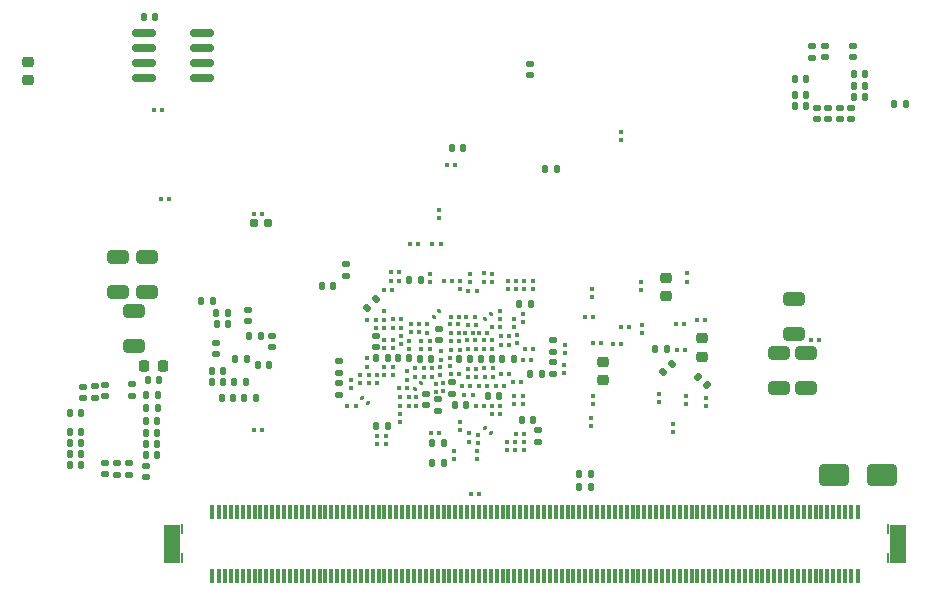
<source format=gbr>
%TF.GenerationSoftware,KiCad,Pcbnew,7.99.0-3539-g7abe2e3ea0*%
%TF.CreationDate,2023-11-26T19:50:54+01:00*%
%TF.ProjectId,SBC,5342432e-6b69-4636-9164-5f7063625858,rev?*%
%TF.SameCoordinates,Original*%
%TF.FileFunction,Paste,Bot*%
%TF.FilePolarity,Positive*%
%FSLAX46Y46*%
G04 Gerber Fmt 4.6, Leading zero omitted, Abs format (unit mm)*
G04 Created by KiCad (PCBNEW 7.99.0-3539-g7abe2e3ea0) date 2023-11-26 19:50:54*
%MOMM*%
%LPD*%
G01*
G04 APERTURE LIST*
G04 Aperture macros list*
%AMRoundRect*
0 Rectangle with rounded corners*
0 $1 Rounding radius*
0 $2 $3 $4 $5 $6 $7 $8 $9 X,Y pos of 4 corners*
0 Add a 4 corners polygon primitive as box body*
4,1,4,$2,$3,$4,$5,$6,$7,$8,$9,$2,$3,0*
0 Add four circle primitives for the rounded corners*
1,1,$1+$1,$2,$3*
1,1,$1+$1,$4,$5*
1,1,$1+$1,$6,$7*
1,1,$1+$1,$8,$9*
0 Add four rect primitives between the rounded corners*
20,1,$1+$1,$2,$3,$4,$5,0*
20,1,$1+$1,$4,$5,$6,$7,0*
20,1,$1+$1,$6,$7,$8,$9,0*
20,1,$1+$1,$8,$9,$2,$3,0*%
G04 Aperture macros list end*
%ADD10RoundRect,0.140000X-0.170000X0.140000X-0.170000X-0.140000X0.170000X-0.140000X0.170000X0.140000X0*%
%ADD11RoundRect,0.079500X0.079500X0.100500X-0.079500X0.100500X-0.079500X-0.100500X0.079500X-0.100500X0*%
%ADD12RoundRect,0.135000X-0.185000X0.135000X-0.185000X-0.135000X0.185000X-0.135000X0.185000X0.135000X0*%
%ADD13RoundRect,0.140000X0.140000X0.170000X-0.140000X0.170000X-0.140000X-0.170000X0.140000X-0.170000X0*%
%ADD14RoundRect,0.079500X-0.100500X0.079500X-0.100500X-0.079500X0.100500X-0.079500X0.100500X0.079500X0*%
%ADD15RoundRect,0.135000X-0.135000X-0.185000X0.135000X-0.185000X0.135000X0.185000X-0.135000X0.185000X0*%
%ADD16RoundRect,0.079500X-0.079500X-0.100500X0.079500X-0.100500X0.079500X0.100500X-0.079500X0.100500X0*%
%ADD17RoundRect,0.079500X0.100500X-0.079500X0.100500X0.079500X-0.100500X0.079500X-0.100500X-0.079500X0*%
%ADD18RoundRect,0.135000X0.135000X0.185000X-0.135000X0.185000X-0.135000X-0.185000X0.135000X-0.185000X0*%
%ADD19RoundRect,0.140000X-0.140000X-0.170000X0.140000X-0.170000X0.140000X0.170000X-0.140000X0.170000X0*%
%ADD20R,1.400000X3.300000*%
%ADD21R,0.250000X0.850000*%
%ADD22R,0.450000X1.200000*%
%ADD23R,0.300000X1.200000*%
%ADD24RoundRect,0.135000X0.185000X-0.135000X0.185000X0.135000X-0.185000X0.135000X-0.185000X-0.135000X0*%
%ADD25RoundRect,0.140000X0.170000X-0.140000X0.170000X0.140000X-0.170000X0.140000X-0.170000X-0.140000X0*%
%ADD26RoundRect,0.225000X-0.250000X0.225000X-0.250000X-0.225000X0.250000X-0.225000X0.250000X0.225000X0*%
%ADD27RoundRect,0.160000X-0.197500X-0.160000X0.197500X-0.160000X0.197500X0.160000X-0.197500X0.160000X0*%
%ADD28RoundRect,0.150000X0.825000X0.150000X-0.825000X0.150000X-0.825000X-0.150000X0.825000X-0.150000X0*%
%ADD29RoundRect,0.250000X0.650000X-0.325000X0.650000X0.325000X-0.650000X0.325000X-0.650000X-0.325000X0*%
%ADD30RoundRect,0.079500X0.014849X-0.127279X0.127279X-0.014849X-0.014849X0.127279X-0.127279X0.014849X0*%
%ADD31RoundRect,0.250000X-1.000000X-0.650000X1.000000X-0.650000X1.000000X0.650000X-1.000000X0.650000X0*%
%ADD32RoundRect,0.250000X-0.650000X0.325000X-0.650000X-0.325000X0.650000X-0.325000X0.650000X0.325000X0*%
%ADD33RoundRect,0.135000X0.226274X0.035355X0.035355X0.226274X-0.226274X-0.035355X-0.035355X-0.226274X0*%
%ADD34RoundRect,0.225000X0.250000X-0.225000X0.250000X0.225000X-0.250000X0.225000X-0.250000X-0.225000X0*%
%ADD35RoundRect,0.079500X-0.127279X-0.014849X-0.014849X-0.127279X0.127279X0.014849X0.014849X0.127279X0*%
%ADD36RoundRect,0.135000X0.035355X-0.226274X0.226274X-0.035355X-0.035355X0.226274X-0.226274X0.035355X0*%
%ADD37RoundRect,0.079500X0.127279X0.014849X0.014849X0.127279X-0.127279X-0.014849X-0.014849X-0.127279X0*%
%ADD38RoundRect,0.218750X-0.218750X-0.256250X0.218750X-0.256250X0.218750X0.256250X-0.218750X0.256250X0*%
%ADD39RoundRect,0.147500X0.172500X-0.147500X0.172500X0.147500X-0.172500X0.147500X-0.172500X-0.147500X0*%
G04 APERTURE END LIST*
D10*
%TO.C,C141*%
X93665481Y-113869200D03*
X93665481Y-114829200D03*
%TD*%
D11*
%TO.C,C113*%
X71960481Y-97395014D03*
X71270481Y-97395014D03*
%TD*%
%TO.C,C190*%
X97938495Y-112433020D03*
X97248495Y-112433020D03*
%TD*%
D12*
%TO.C,R36*%
X86320000Y-111080400D03*
X86320000Y-112100400D03*
%TD*%
D13*
%TO.C,C5*%
X125873462Y-88557528D03*
X124913462Y-88557528D03*
%TD*%
D14*
%TO.C,C158*%
X110165481Y-91650014D03*
X110165481Y-92340014D03*
%TD*%
D15*
%TO.C,R50*%
X106610000Y-121730400D03*
X107630000Y-121730400D03*
%TD*%
D16*
%TO.C,C135*%
X98176881Y-108695014D03*
X98866881Y-108695014D03*
%TD*%
D17*
%TO.C,C214*%
X101315481Y-104968790D03*
X101315481Y-104278790D03*
%TD*%
D18*
%TO.C,R61*%
X79260000Y-114225000D03*
X78240000Y-114225000D03*
%TD*%
D19*
%TO.C,C257*%
X77445000Y-112825000D03*
X78405000Y-112825000D03*
%TD*%
D11*
%TO.C,C160*%
X99936205Y-115569920D03*
X99246205Y-115569920D03*
%TD*%
D10*
%TO.C,C10*%
X129643462Y-89627528D03*
X129643462Y-90587528D03*
%TD*%
D17*
%TO.C,C219*%
X92068000Y-112644200D03*
X92068000Y-111954200D03*
%TD*%
%TO.C,C172*%
X99921405Y-107519585D03*
X99921405Y-106829585D03*
%TD*%
D20*
%TO.C,J1*%
X133615481Y-126545014D03*
D21*
X132790481Y-125320014D03*
X132790481Y-127770014D03*
D20*
X72215481Y-126545014D03*
D21*
X73040481Y-125320014D03*
X73040481Y-127770014D03*
D22*
X75590481Y-123845014D03*
D23*
X76165481Y-123845014D03*
X76665481Y-123845014D03*
X77165481Y-123845014D03*
X77665481Y-123845014D03*
X78165481Y-123845014D03*
X78665481Y-123845014D03*
X79165481Y-123845014D03*
X79665481Y-123845014D03*
X80165481Y-123845014D03*
X80665481Y-123845014D03*
X81165481Y-123845014D03*
X81665481Y-123845014D03*
X82165481Y-123845014D03*
X82665481Y-123845014D03*
X83165481Y-123845014D03*
X83665481Y-123845014D03*
X84165481Y-123845014D03*
X84665481Y-123845014D03*
X85165481Y-123845014D03*
X85665481Y-123845014D03*
X86165481Y-123845014D03*
X86665481Y-123845014D03*
X87165481Y-123845014D03*
X87665481Y-123845014D03*
X88165481Y-123845014D03*
X88665481Y-123845014D03*
X89165481Y-123845014D03*
X89665481Y-123845014D03*
X90165481Y-123845014D03*
X90665481Y-123845014D03*
X91165481Y-123845014D03*
X91665481Y-123845014D03*
X92165481Y-123845014D03*
X92665481Y-123845014D03*
X93165481Y-123845014D03*
X93665481Y-123845014D03*
X94165481Y-123845014D03*
X94665481Y-123845014D03*
X95165481Y-123845014D03*
X95665481Y-123845014D03*
X96165481Y-123845014D03*
X96665481Y-123845014D03*
X97165481Y-123845014D03*
X97665481Y-123845014D03*
X98165481Y-123845014D03*
X98665481Y-123845014D03*
X99165481Y-123845014D03*
X99665481Y-123845014D03*
X100165481Y-123845014D03*
X100665481Y-123845014D03*
X101165481Y-123845014D03*
X101665481Y-123845014D03*
X102165481Y-123845014D03*
X102665481Y-123845014D03*
X103165481Y-123845014D03*
X103665481Y-123845014D03*
X104165481Y-123845014D03*
X104665481Y-123845014D03*
X105165481Y-123845014D03*
X105665481Y-123845014D03*
X106165481Y-123845014D03*
X106665481Y-123845014D03*
X107165481Y-123845014D03*
X107665481Y-123845014D03*
X108165481Y-123845014D03*
X108665481Y-123845014D03*
X109165481Y-123845014D03*
X109665481Y-123845014D03*
X110165481Y-123845014D03*
X110665481Y-123845014D03*
X111165481Y-123845014D03*
X111665481Y-123845014D03*
X112165481Y-123845014D03*
X112665481Y-123845014D03*
X113165481Y-123845014D03*
X113665481Y-123845014D03*
X114165481Y-123845014D03*
X114665481Y-123845014D03*
X115165481Y-123845014D03*
X115665481Y-123845014D03*
X116165481Y-123845014D03*
X116665481Y-123845014D03*
X117165481Y-123845014D03*
X117665481Y-123845014D03*
X118165481Y-123845014D03*
X118665481Y-123845014D03*
X119165481Y-123845014D03*
X119665481Y-123845014D03*
X120165481Y-123845014D03*
X120665481Y-123845014D03*
X121165481Y-123845014D03*
X121665481Y-123845014D03*
X122165481Y-123845014D03*
X122665481Y-123845014D03*
X123165481Y-123845014D03*
X123665481Y-123845014D03*
X124165481Y-123845014D03*
X124665481Y-123845014D03*
X125165481Y-123845014D03*
X125665481Y-123845014D03*
X126165481Y-123845014D03*
X126665481Y-123845014D03*
X127165481Y-123845014D03*
X127665481Y-123845014D03*
X128165481Y-123845014D03*
X128665481Y-123845014D03*
X129165481Y-123845014D03*
X129665481Y-123845014D03*
D22*
X130240481Y-123845014D03*
X75590481Y-129245014D03*
D23*
X76165481Y-129245014D03*
X76665481Y-129245014D03*
X77165481Y-129245014D03*
X77665481Y-129245014D03*
X78165481Y-129245014D03*
X78665481Y-129245014D03*
X79165481Y-129245014D03*
X79665481Y-129245014D03*
X80165481Y-129245014D03*
X80665481Y-129245014D03*
X81165481Y-129245014D03*
X81665481Y-129245014D03*
X82165481Y-129245014D03*
X82665481Y-129245014D03*
X83165481Y-129245014D03*
X83665481Y-129245014D03*
X84165481Y-129245014D03*
X84665481Y-129245014D03*
X85165481Y-129245014D03*
X85665481Y-129245014D03*
X86165481Y-129245014D03*
X86665481Y-129245014D03*
X87165481Y-129245014D03*
X87665481Y-129245014D03*
X88165481Y-129245014D03*
X88665481Y-129245014D03*
X89165481Y-129245014D03*
X89665481Y-129245014D03*
X90165481Y-129245014D03*
X90665481Y-129245014D03*
X91165481Y-129245014D03*
X91665481Y-129245014D03*
X92165481Y-129245014D03*
X92665481Y-129245014D03*
X93165481Y-129245014D03*
X93665481Y-129245014D03*
X94165481Y-129245014D03*
X94665481Y-129245014D03*
X95165481Y-129245014D03*
X95665481Y-129245014D03*
X96165481Y-129245014D03*
X96665481Y-129245014D03*
X97165481Y-129245014D03*
X97665481Y-129245014D03*
X98165481Y-129245014D03*
X98665481Y-129245014D03*
X99165481Y-129245014D03*
X99665481Y-129245014D03*
X100165481Y-129245014D03*
X100665481Y-129245014D03*
X101165481Y-129245014D03*
X101665481Y-129245014D03*
X102165481Y-129245014D03*
X102665481Y-129245014D03*
X103165481Y-129245014D03*
X103665481Y-129245014D03*
X104165481Y-129245014D03*
X104665481Y-129245014D03*
X105165481Y-129245014D03*
X105665481Y-129245014D03*
X106165481Y-129245014D03*
X106665481Y-129245014D03*
X107165481Y-129245014D03*
X107665481Y-129245014D03*
X108165481Y-129245014D03*
X108665481Y-129245014D03*
X109165481Y-129245014D03*
X109665481Y-129245014D03*
X110165481Y-129245014D03*
X110665481Y-129245014D03*
X111165481Y-129245014D03*
X111665481Y-129245014D03*
X112165481Y-129245014D03*
X112665481Y-129245014D03*
X113165481Y-129245014D03*
X113665481Y-129245014D03*
X114165481Y-129245014D03*
X114665481Y-129245014D03*
X115165481Y-129245014D03*
X115665481Y-129245014D03*
X116165481Y-129245014D03*
X116665481Y-129245014D03*
X117165481Y-129245014D03*
X117665481Y-129245014D03*
X118165481Y-129245014D03*
X118665481Y-129245014D03*
X119165481Y-129245014D03*
X119665481Y-129245014D03*
X120165481Y-129245014D03*
X120665481Y-129245014D03*
X121165481Y-129245014D03*
X121665481Y-129245014D03*
X122165481Y-129245014D03*
X122665481Y-129245014D03*
X123165481Y-129245014D03*
X123665481Y-129245014D03*
X124165481Y-129245014D03*
X124665481Y-129245014D03*
X125165481Y-129245014D03*
X125665481Y-129245014D03*
X126165481Y-129245014D03*
X126665481Y-129245014D03*
X127165481Y-129245014D03*
X127665481Y-129245014D03*
X128165481Y-129245014D03*
X128665481Y-129245014D03*
X129165481Y-129245014D03*
X129665481Y-129245014D03*
D22*
X130240481Y-129245014D03*
%TD*%
D17*
%TO.C,C182*%
X101167910Y-108163475D03*
X101167910Y-107473475D03*
%TD*%
D11*
%TO.C,C196*%
X96504681Y-107376614D03*
X95814681Y-107376614D03*
%TD*%
D12*
%TO.C,R37*%
X86920000Y-102845400D03*
X86920000Y-103865400D03*
%TD*%
D13*
%TO.C,C281*%
X70900000Y-116180400D03*
X69940000Y-116180400D03*
%TD*%
D14*
%TO.C,C189*%
X92865481Y-114150014D03*
X92865481Y-114840014D03*
%TD*%
D16*
%TO.C,C185*%
X95830921Y-110113683D03*
X96520921Y-110113683D03*
%TD*%
D11*
%TO.C,C104*%
X91560481Y-107545014D03*
X90870481Y-107545014D03*
%TD*%
D14*
%TO.C,C91*%
X98015481Y-118700014D03*
X98015481Y-119390014D03*
%TD*%
D11*
%TO.C,C200*%
X93040481Y-101135014D03*
X92350481Y-101135014D03*
%TD*%
D16*
%TO.C,C249*%
X79120481Y-98645014D03*
X79810481Y-98645014D03*
%TD*%
D11*
%TO.C,C161*%
X100720430Y-108982430D03*
X100030430Y-108982430D03*
%TD*%
D24*
%TO.C,R80*%
X68547981Y-120715414D03*
X68547981Y-119695414D03*
%TD*%
D17*
%TO.C,C228*%
X105480400Y-110431800D03*
X105480400Y-109741800D03*
%TD*%
D15*
%TO.C,R59*%
X133288462Y-89325028D03*
X134308462Y-89325028D03*
%TD*%
D19*
%TO.C,C187*%
X84885481Y-104695014D03*
X85845481Y-104695014D03*
%TD*%
D25*
%TO.C,C12*%
X129793462Y-85350028D03*
X129793462Y-84390028D03*
%TD*%
D16*
%TO.C,C89*%
X90150481Y-105045014D03*
X90840481Y-105045014D03*
%TD*%
D17*
%TO.C,C157*%
X94515481Y-113690014D03*
X94515481Y-113000014D03*
%TD*%
D16*
%TO.C,C183*%
X101260425Y-117212665D03*
X101950425Y-117212665D03*
%TD*%
D19*
%TO.C,C268*%
X63515000Y-115455400D03*
X64475000Y-115455400D03*
%TD*%
D11*
%TO.C,C153*%
X101851365Y-114026235D03*
X101161365Y-114026235D03*
%TD*%
D26*
%TO.C,C229*%
X108637513Y-111151881D03*
X108637513Y-112701881D03*
%TD*%
D16*
%TO.C,C98*%
X89470481Y-108295014D03*
X90160481Y-108295014D03*
%TD*%
D17*
%TO.C,C223*%
X100615481Y-104968790D03*
X100615481Y-104278790D03*
%TD*%
%TO.C,C176*%
X94191800Y-112387632D03*
X94191800Y-111697632D03*
%TD*%
%TO.C,C240*%
X111883000Y-105049200D03*
X111883000Y-104359200D03*
%TD*%
D14*
%TO.C,C238*%
X114620000Y-116385400D03*
X114620000Y-117075400D03*
%TD*%
D17*
%TO.C,C207*%
X94903000Y-112290014D03*
X94903000Y-111600014D03*
%TD*%
D14*
%TO.C,C165*%
X96015481Y-118675014D03*
X96015481Y-119365014D03*
%TD*%
D17*
%TO.C,C136*%
X90865481Y-112290014D03*
X90865481Y-111600014D03*
%TD*%
D12*
%TO.C,R57*%
X104464400Y-111151600D03*
X104464400Y-112171600D03*
%TD*%
D18*
%TO.C,R62*%
X78520000Y-110892900D03*
X77500000Y-110892900D03*
%TD*%
D11*
%TO.C,C194*%
X96514301Y-112193369D03*
X95824301Y-112193369D03*
%TD*%
%TO.C,C71*%
X98181081Y-122311814D03*
X97491081Y-122311814D03*
%TD*%
D25*
%TO.C,C177*%
X94812400Y-109327600D03*
X94812400Y-108367600D03*
%TD*%
D13*
%TO.C,C133*%
X102547705Y-106274790D03*
X101587705Y-106274790D03*
%TD*%
D11*
%TO.C,C171*%
X99980481Y-114865014D03*
X99290481Y-114865014D03*
%TD*%
D14*
%TO.C,C99*%
X88115481Y-112275014D03*
X88115481Y-112965014D03*
%TD*%
D11*
%TO.C,C208*%
X90845000Y-109300000D03*
X90155000Y-109300000D03*
%TD*%
D16*
%TO.C,C110*%
X95675481Y-107970014D03*
X96365481Y-107970014D03*
%TD*%
D19*
%TO.C,C254*%
X78720000Y-108930400D03*
X79680000Y-108930400D03*
%TD*%
D17*
%TO.C,C164*%
X102015481Y-104977045D03*
X102015481Y-104287045D03*
%TD*%
D11*
%TO.C,C180*%
X99919695Y-108189414D03*
X99229695Y-108189414D03*
%TD*%
%TO.C,C150*%
X97888965Y-110047325D03*
X97198965Y-110047325D03*
%TD*%
D12*
%TO.C,R58*%
X104464400Y-109272000D03*
X104464400Y-110292000D03*
%TD*%
D10*
%TO.C,C258*%
X75920000Y-109550400D03*
X75920000Y-110510400D03*
%TD*%
D16*
%TO.C,C90*%
X94120481Y-117195014D03*
X94810481Y-117195014D03*
%TD*%
D11*
%TO.C,C210*%
X92063000Y-113374200D03*
X91373000Y-113374200D03*
%TD*%
D14*
%TO.C,C152*%
X101250460Y-117932560D03*
X101250460Y-118622560D03*
%TD*%
D11*
%TO.C,C221*%
X100720430Y-109684105D03*
X100030430Y-109684105D03*
%TD*%
D10*
%TO.C,C7*%
X126793462Y-89627528D03*
X126793462Y-90587528D03*
%TD*%
D25*
%TO.C,C109*%
X95865481Y-113825014D03*
X95865481Y-112865014D03*
%TD*%
D14*
%TO.C,C206*%
X92769400Y-111699400D03*
X92769400Y-112389400D03*
%TD*%
D13*
%TO.C,C6*%
X125873462Y-89507528D03*
X124913462Y-89507528D03*
%TD*%
D17*
%TO.C,C125*%
X90165481Y-112290014D03*
X90165481Y-111600014D03*
%TD*%
D27*
%TO.C,C248*%
X79117981Y-99395014D03*
X80312981Y-99395014D03*
%TD*%
D14*
%TO.C,C175*%
X94815481Y-98250014D03*
X94815481Y-98940014D03*
%TD*%
D28*
%TO.C,U17*%
X74727481Y-83268014D03*
X74727481Y-84538014D03*
X74727481Y-85808014D03*
X74727481Y-87078014D03*
X69777481Y-87078014D03*
X69777481Y-85808014D03*
X69777481Y-84538014D03*
X69777481Y-83268014D03*
%TD*%
D14*
%TO.C,C188*%
X91535800Y-108979800D03*
X91535800Y-109669800D03*
%TD*%
D19*
%TO.C,C256*%
X79450000Y-111425000D03*
X80410000Y-111425000D03*
%TD*%
D25*
%TO.C,C2*%
X127493462Y-85350028D03*
X127493462Y-84390028D03*
%TD*%
D13*
%TO.C,C280*%
X70950000Y-113980400D03*
X69990000Y-113980400D03*
%TD*%
D29*
%TO.C,C41*%
X125893462Y-113345028D03*
X125893462Y-110395028D03*
%TD*%
D16*
%TO.C,C162*%
X97109000Y-107369000D03*
X97799000Y-107369000D03*
%TD*%
D14*
%TO.C,C115*%
X91515481Y-115550014D03*
X91515481Y-116240014D03*
%TD*%
D13*
%TO.C,C273*%
X71100000Y-112692900D03*
X70140000Y-112692900D03*
%TD*%
D14*
%TO.C,C101*%
X87365481Y-112700014D03*
X87365481Y-113390014D03*
%TD*%
D19*
%TO.C,C13*%
X129913462Y-88707528D03*
X130873462Y-88707528D03*
%TD*%
D17*
%TO.C,C236*%
X107670000Y-116550400D03*
X107670000Y-115860400D03*
%TD*%
D19*
%TO.C,C269*%
X63515000Y-118980400D03*
X64475000Y-118980400D03*
%TD*%
D13*
%TO.C,C166*%
X92273683Y-110847139D03*
X91313683Y-110847139D03*
%TD*%
D14*
%TO.C,C93*%
X89515481Y-112250014D03*
X89515481Y-112940014D03*
%TD*%
D30*
%TO.C,C170*%
X92771529Y-113438966D03*
X93259433Y-112951062D03*
%TD*%
D19*
%TO.C,C146*%
X92260481Y-104245014D03*
X93220481Y-104245014D03*
%TD*%
D13*
%TO.C,C286*%
X70950000Y-115080400D03*
X69990000Y-115080400D03*
%TD*%
D30*
%TO.C,C114*%
X94321529Y-107313966D03*
X94809433Y-106826062D03*
%TD*%
D14*
%TO.C,C155*%
X95684181Y-110815157D03*
X95684181Y-111505157D03*
%TD*%
D17*
%TO.C,C226*%
X113415481Y-114540014D03*
X113415481Y-113850014D03*
%TD*%
%TO.C,C147*%
X95115481Y-113640014D03*
X95115481Y-112950014D03*
%TD*%
D11*
%TO.C,C191*%
X99317080Y-111698325D03*
X98627080Y-111698325D03*
%TD*%
D31*
%TO.C,D1*%
X128246481Y-120762414D03*
X132246481Y-120762414D03*
%TD*%
D25*
%TO.C,C129*%
X102515481Y-86875014D03*
X102515481Y-85915014D03*
%TD*%
D17*
%TO.C,C227*%
X105378800Y-112057400D03*
X105378800Y-111367400D03*
%TD*%
D25*
%TO.C,C283*%
X66520000Y-120665414D03*
X66520000Y-119705414D03*
%TD*%
D10*
%TO.C,C284*%
X65620000Y-113212900D03*
X65620000Y-114172900D03*
%TD*%
D32*
%TO.C,C67*%
X68920000Y-106855400D03*
X68920000Y-109805400D03*
%TD*%
D11*
%TO.C,FB2*%
X97673081Y-108722814D03*
X96983081Y-108722814D03*
%TD*%
D16*
%TO.C,C211*%
X98610570Y-110063835D03*
X99300570Y-110063835D03*
%TD*%
D19*
%TO.C,C130*%
X98326980Y-110881080D03*
X99286980Y-110881080D03*
%TD*%
D14*
%TO.C,R44*%
X96565000Y-104306200D03*
X96565000Y-104996200D03*
%TD*%
D17*
%TO.C,C193*%
X102715481Y-104977045D03*
X102715481Y-104287045D03*
%TD*%
D13*
%TO.C,C253*%
X76530000Y-111875000D03*
X75570000Y-111875000D03*
%TD*%
D25*
%TO.C,C15*%
X126368462Y-85380028D03*
X126368462Y-84420028D03*
%TD*%
D17*
%TO.C,C121*%
X89515481Y-118090014D03*
X89515481Y-117400014D03*
%TD*%
D11*
%TO.C,C195*%
X97410175Y-113208990D03*
X96720175Y-113208990D03*
%TD*%
D25*
%TO.C,C278*%
X69970000Y-120910400D03*
X69970000Y-119950400D03*
%TD*%
D14*
%TO.C,C127*%
X97377800Y-103722000D03*
X97377800Y-104412000D03*
%TD*%
D10*
%TO.C,C276*%
X64670000Y-113250400D03*
X64670000Y-114210400D03*
%TD*%
D11*
%TO.C,C204*%
X101859620Y-114744420D03*
X101169620Y-114744420D03*
%TD*%
D16*
%TO.C,C205*%
X88720481Y-107570014D03*
X89410481Y-107570014D03*
%TD*%
D18*
%TO.C,R34*%
X103528281Y-112136614D03*
X102508281Y-112136614D03*
%TD*%
D10*
%TO.C,C126*%
X94715481Y-114315014D03*
X94715481Y-115275014D03*
%TD*%
D17*
%TO.C,C237*%
X115673000Y-114719200D03*
X115673000Y-114029200D03*
%TD*%
D19*
%TO.C,C144*%
X100151335Y-110917414D03*
X101111335Y-110917414D03*
%TD*%
D24*
%TO.C,R38*%
X86320000Y-113950400D03*
X86320000Y-112930400D03*
%TD*%
D32*
%TO.C,C43*%
X124878462Y-105795028D03*
X124878462Y-108745028D03*
%TD*%
D16*
%TO.C,C87*%
X101884200Y-110950400D03*
X102574200Y-110950400D03*
%TD*%
D14*
%TO.C,C100*%
X88690481Y-110850014D03*
X88690481Y-111540014D03*
%TD*%
D17*
%TO.C,C199*%
X93999600Y-110025400D03*
X93999600Y-109335400D03*
%TD*%
D13*
%TO.C,C282*%
X70900000Y-118080400D03*
X69940000Y-118080400D03*
%TD*%
D16*
%TO.C,C201*%
X98635335Y-112424765D03*
X99325335Y-112424765D03*
%TD*%
D19*
%TO.C,C259*%
X76370000Y-114225000D03*
X77330000Y-114225000D03*
%TD*%
D15*
%TO.C,R51*%
X113032863Y-110064729D03*
X114052863Y-110064729D03*
%TD*%
D11*
%TO.C,C215*%
X96504681Y-108672014D03*
X95814681Y-108672014D03*
%TD*%
D14*
%TO.C,C178*%
X93741052Y-107975546D03*
X93741052Y-108665546D03*
%TD*%
D18*
%TO.C,R60*%
X75680000Y-105992900D03*
X74660000Y-105992900D03*
%TD*%
D13*
%TO.C,C106*%
X104745481Y-94845014D03*
X103785481Y-94845014D03*
%TD*%
%TO.C,C285*%
X70900000Y-117130400D03*
X69940000Y-117130400D03*
%TD*%
D19*
%TO.C,C154*%
X93167867Y-110864632D03*
X94127867Y-110864632D03*
%TD*%
D14*
%TO.C,C192*%
X101416400Y-108878200D03*
X101416400Y-109568200D03*
%TD*%
D16*
%TO.C,C213*%
X101012775Y-112821005D03*
X101702775Y-112821005D03*
%TD*%
D17*
%TO.C,C235*%
X107765481Y-105690014D03*
X107765481Y-105000014D03*
%TD*%
D14*
%TO.C,C242*%
X117370000Y-114185400D03*
X117370000Y-114875400D03*
%TD*%
D29*
%TO.C,C36*%
X123593462Y-113345028D03*
X123593462Y-110395028D03*
%TD*%
D16*
%TO.C,C233*%
X109518000Y-109614200D03*
X110208000Y-109614200D03*
%TD*%
D33*
%TO.C,R33*%
X117430624Y-113141024D03*
X116709376Y-112419776D03*
%TD*%
D17*
%TO.C,C97*%
X90165481Y-107565014D03*
X90165481Y-106875014D03*
%TD*%
D10*
%TO.C,C9*%
X128693462Y-89627528D03*
X128693462Y-90587528D03*
%TD*%
D34*
%TO.C,C230*%
X113989400Y-105553200D03*
X113989400Y-104003200D03*
%TD*%
D19*
%TO.C,C250*%
X75945000Y-107925000D03*
X76905000Y-107925000D03*
%TD*%
D11*
%TO.C,C244*%
X117328000Y-107624200D03*
X116638000Y-107624200D03*
%TD*%
%TO.C,C217*%
X90855000Y-110002538D03*
X90165000Y-110002538D03*
%TD*%
D32*
%TO.C,C66*%
X70020000Y-102255400D03*
X70020000Y-105205400D03*
%TD*%
D19*
%TO.C,C132*%
X101789481Y-116023945D03*
X102749481Y-116023945D03*
%TD*%
D11*
%TO.C,C95*%
X91410481Y-103545014D03*
X90720481Y-103545014D03*
%TD*%
D17*
%TO.C,C184*%
X94951837Y-110952400D03*
X94951837Y-110262400D03*
%TD*%
D34*
%TO.C,C241*%
X117020000Y-110705400D03*
X117020000Y-109155400D03*
%TD*%
D35*
%TO.C,C122*%
X98671529Y-116701062D03*
X99159433Y-117188966D03*
%TD*%
D14*
%TO.C,C94*%
X88815481Y-112250014D03*
X88815481Y-112940014D03*
%TD*%
%TO.C,C224*%
X93480600Y-111700742D03*
X93480600Y-112390742D03*
%TD*%
D17*
%TO.C,C111*%
X98565481Y-104340014D03*
X98565481Y-103650014D03*
%TD*%
D16*
%TO.C,C143*%
X97880481Y-114875014D03*
X98570481Y-114875014D03*
%TD*%
D11*
%TO.C,C112*%
X87720481Y-114905014D03*
X87030481Y-114905014D03*
%TD*%
D18*
%TO.C,R39*%
X95180000Y-119692900D03*
X94160000Y-119692900D03*
%TD*%
D16*
%TO.C,C103*%
X90870481Y-108270014D03*
X91560481Y-108270014D03*
%TD*%
D13*
%TO.C,C4*%
X125873462Y-87207528D03*
X124913462Y-87207528D03*
%TD*%
D14*
%TO.C,C222*%
X101869585Y-107093745D03*
X101869585Y-107783745D03*
%TD*%
D36*
%TO.C,R40*%
X88720000Y-106580400D03*
X89441248Y-105859152D03*
%TD*%
D16*
%TO.C,C203*%
X100046940Y-112127585D03*
X100736940Y-112127585D03*
%TD*%
D19*
%TO.C,C270*%
X63515000Y-117970400D03*
X64475000Y-117970400D03*
%TD*%
D14*
%TO.C,C245*%
X107813000Y-114049200D03*
X107813000Y-114739200D03*
%TD*%
D19*
%TO.C,C105*%
X96124800Y-114787600D03*
X97084800Y-114787600D03*
%TD*%
D14*
%TO.C,C163*%
X100548785Y-117932560D03*
X100548785Y-118622560D03*
%TD*%
D17*
%TO.C,C239*%
X111933000Y-108729200D03*
X111933000Y-108039200D03*
%TD*%
D14*
%TO.C,C123*%
X96590481Y-116250014D03*
X96590481Y-116940014D03*
%TD*%
D19*
%TO.C,C3*%
X129913462Y-86807528D03*
X130873462Y-86807528D03*
%TD*%
D17*
%TO.C,C218*%
X92265481Y-110040014D03*
X92265481Y-109350014D03*
%TD*%
D11*
%TO.C,C225*%
X96110481Y-94495014D03*
X95420481Y-94495014D03*
%TD*%
D14*
%TO.C,C159*%
X92215481Y-114150014D03*
X92215481Y-114840014D03*
%TD*%
D16*
%TO.C,C216*%
X95803870Y-109378670D03*
X96493870Y-109378670D03*
%TD*%
%TO.C,C232*%
X114938000Y-110124200D03*
X115628000Y-110124200D03*
%TD*%
D11*
%TO.C,C212*%
X100299425Y-113225500D03*
X99609425Y-113225500D03*
%TD*%
D25*
%TO.C,C145*%
X103158481Y-117903014D03*
X103158481Y-116943014D03*
%TD*%
D19*
%TO.C,C116*%
X94210481Y-118020014D03*
X95170481Y-118020014D03*
%TD*%
%TO.C,C271*%
X63515000Y-119905400D03*
X64475000Y-119905400D03*
%TD*%
D16*
%TO.C,C231*%
X107808000Y-109514200D03*
X108498000Y-109514200D03*
%TD*%
D19*
%TO.C,C294*%
X69767481Y-81968014D03*
X70727481Y-81968014D03*
%TD*%
D11*
%TO.C,C119*%
X79800481Y-116946014D03*
X79110481Y-116946014D03*
%TD*%
D16*
%TO.C,C247*%
X110208000Y-108194200D03*
X110898000Y-108194200D03*
%TD*%
%TO.C,C181*%
X97248495Y-111706580D03*
X97938495Y-111706580D03*
%TD*%
%TO.C,C197*%
X95200481Y-104335014D03*
X95890481Y-104335014D03*
%TD*%
D17*
%TO.C,C96*%
X90255481Y-118080014D03*
X90255481Y-117390014D03*
%TD*%
D16*
%TO.C,C243*%
X107118000Y-107384200D03*
X107808000Y-107384200D03*
%TD*%
D10*
%TO.C,C287*%
X68824519Y-113050400D03*
X68824519Y-114010400D03*
%TD*%
D26*
%TO.C,C263*%
X59965481Y-85745014D03*
X59965481Y-87295014D03*
%TD*%
D16*
%TO.C,C173*%
X102087400Y-110036000D03*
X102777400Y-110036000D03*
%TD*%
D11*
%TO.C,R43*%
X97966600Y-105159200D03*
X97276600Y-105159200D03*
%TD*%
D14*
%TO.C,C139*%
X99265481Y-103665400D03*
X99265481Y-104355400D03*
%TD*%
D10*
%TO.C,C8*%
X127743462Y-89627528D03*
X127743462Y-90587528D03*
%TD*%
D13*
%TO.C,C168*%
X90426706Y-110837857D03*
X89466706Y-110837857D03*
%TD*%
D17*
%TO.C,C179*%
X91515481Y-114840014D03*
X91515481Y-114150014D03*
%TD*%
D24*
%TO.C,R81*%
X67547981Y-120715414D03*
X67547981Y-119695414D03*
%TD*%
D16*
%TO.C,C138*%
X96934805Y-113968450D03*
X97624805Y-113968450D03*
%TD*%
D14*
%TO.C,C102*%
X98065481Y-117300014D03*
X98065481Y-117990014D03*
%TD*%
D11*
%TO.C,C120*%
X71320481Y-89835014D03*
X70630481Y-89835014D03*
%TD*%
D13*
%TO.C,C142*%
X97446115Y-110914100D03*
X96486115Y-110914100D03*
%TD*%
D11*
%TO.C,C202*%
X99284060Y-109329140D03*
X98594060Y-109329140D03*
%TD*%
%TO.C,C92*%
X91435481Y-104295014D03*
X90745481Y-104295014D03*
%TD*%
D19*
%TO.C,C275*%
X63515000Y-117050400D03*
X64475000Y-117050400D03*
%TD*%
D16*
%TO.C,C107*%
X97210600Y-108054800D03*
X97900600Y-108054800D03*
%TD*%
D19*
%TO.C,C11*%
X129913462Y-87807528D03*
X130873462Y-87807528D03*
%TD*%
D16*
%TO.C,C151*%
X97165945Y-109329140D03*
X97855945Y-109329140D03*
%TD*%
D13*
%TO.C,C131*%
X99856575Y-114042745D03*
X98896575Y-114042745D03*
%TD*%
D16*
%TO.C,C246*%
X114808000Y-107934200D03*
X115498000Y-107934200D03*
%TD*%
D17*
%TO.C,C156*%
X94015481Y-104365014D03*
X94015481Y-103675014D03*
%TD*%
D11*
%TO.C,C47*%
X126938462Y-109270028D03*
X126248462Y-109270028D03*
%TD*%
D14*
%TO.C,C198*%
X93288400Y-109353119D03*
X93288400Y-110043119D03*
%TD*%
D37*
%TO.C,C118*%
X88759433Y-114663966D03*
X88271529Y-114176062D03*
%TD*%
D13*
%TO.C,C277*%
X70900000Y-119030400D03*
X69940000Y-119030400D03*
%TD*%
D38*
%TO.C,FB3*%
X69832500Y-111492900D03*
X71407500Y-111492900D03*
%TD*%
D19*
%TO.C,C252*%
X75920000Y-106975000D03*
X76880000Y-106975000D03*
%TD*%
D11*
%TO.C,C220*%
X98826891Y-113213067D03*
X98136891Y-113213067D03*
%TD*%
D13*
%TO.C,C149*%
X96845481Y-93045014D03*
X95885481Y-93045014D03*
%TD*%
D25*
%TO.C,C251*%
X78600000Y-107705000D03*
X78600000Y-106745000D03*
%TD*%
D15*
%TO.C,R49*%
X106610000Y-120630400D03*
X107630000Y-120630400D03*
%TD*%
D30*
%TO.C,C128*%
X98657848Y-107536752D03*
X99145752Y-107048848D03*
%TD*%
D13*
%TO.C,C117*%
X90425481Y-116545014D03*
X89465481Y-116545014D03*
%TD*%
D17*
%TO.C,C174*%
X101968645Y-118622560D03*
X101968645Y-117932560D03*
%TD*%
D10*
%TO.C,C279*%
X66520000Y-113075400D03*
X66520000Y-114035400D03*
%TD*%
D14*
%TO.C,C209*%
X92445481Y-107960014D03*
X92445481Y-108650014D03*
%TD*%
D17*
%TO.C,C88*%
X97290481Y-117890014D03*
X97290481Y-117200014D03*
%TD*%
D11*
%TO.C,C167*%
X94910481Y-101145014D03*
X94220481Y-101145014D03*
%TD*%
D14*
%TO.C,C169*%
X93085200Y-107963800D03*
X93085200Y-108653800D03*
%TD*%
D32*
%TO.C,C70*%
X67620000Y-102255400D03*
X67620000Y-105205400D03*
%TD*%
D13*
%TO.C,C255*%
X76530000Y-112825000D03*
X75570000Y-112825000D03*
%TD*%
D36*
%TO.C,R52*%
X113746386Y-112039795D03*
X114467634Y-111318547D03*
%TD*%
D14*
%TO.C,C234*%
X115803000Y-103659200D03*
X115803000Y-104349200D03*
%TD*%
D25*
%TO.C,C260*%
X80650000Y-109905000D03*
X80650000Y-108945000D03*
%TD*%
D39*
%TO.C,FB1*%
X89450000Y-109925000D03*
X89450000Y-108955000D03*
%TD*%
M02*

</source>
